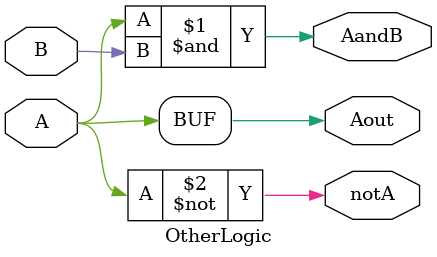
<source format=v>
`timescale 1ns / 1ps
module OtherLogic(Aout,AandB,notA,A,B);
	input A,B;
	output Aout,AandB,notA;
	
	not(notA,A);
	and (AandB,A,B);
	assign Aout = A;
endmodule

</source>
